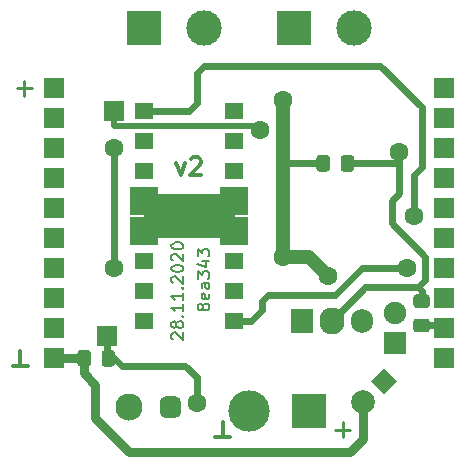
<source format=gbr>
G04 #@! TF.GenerationSoftware,KiCad,Pcbnew,(5.1.8)-1*
G04 #@! TF.CreationDate,2020-11-28T18:45:05+03:00*
G04 #@! TF.ProjectId,L293,4c323933-2e6b-4696-9361-645f70636258,rev?*
G04 #@! TF.SameCoordinates,Original*
G04 #@! TF.FileFunction,Copper,L1,Top*
G04 #@! TF.FilePolarity,Positive*
%FSLAX46Y46*%
G04 Gerber Fmt 4.6, Leading zero omitted, Abs format (unit mm)*
G04 Created by KiCad (PCBNEW (5.1.8)-1) date 2020-11-28 18:45:05*
%MOMM*%
%LPD*%
G01*
G04 APERTURE LIST*
G04 #@! TA.AperFunction,NonConductor*
%ADD10C,0.200000*%
G04 #@! TD*
G04 #@! TA.AperFunction,NonConductor*
%ADD11C,0.300000*%
G04 #@! TD*
G04 #@! TA.AperFunction,NonConductor*
%ADD12C,0.100000*%
G04 #@! TD*
G04 #@! TA.AperFunction,ComponentPad*
%ADD13C,0.100000*%
G04 #@! TD*
G04 #@! TA.AperFunction,ComponentPad*
%ADD14C,2.000000*%
G04 #@! TD*
G04 #@! TA.AperFunction,ComponentPad*
%ADD15C,2.300000*%
G04 #@! TD*
G04 #@! TA.AperFunction,ComponentPad*
%ADD16R,1.700000X1.700000*%
G04 #@! TD*
G04 #@! TA.AperFunction,ComponentPad*
%ADD17R,3.000000X3.000000*%
G04 #@! TD*
G04 #@! TA.AperFunction,ComponentPad*
%ADD18C,3.500000*%
G04 #@! TD*
G04 #@! TA.AperFunction,ComponentPad*
%ADD19C,3.000000*%
G04 #@! TD*
G04 #@! TA.AperFunction,ComponentPad*
%ADD20R,1.600000X1.400000*%
G04 #@! TD*
G04 #@! TA.AperFunction,ComponentPad*
%ADD21R,2.400000X2.400000*%
G04 #@! TD*
G04 #@! TA.AperFunction,ComponentPad*
%ADD22R,1.900000X1.900000*%
G04 #@! TD*
G04 #@! TA.AperFunction,ComponentPad*
%ADD23O,1.900000X1.900000*%
G04 #@! TD*
G04 #@! TA.AperFunction,ComponentPad*
%ADD24R,1.905000X2.000000*%
G04 #@! TD*
G04 #@! TA.AperFunction,ComponentPad*
%ADD25O,2.100000X2.300000*%
G04 #@! TD*
G04 #@! TA.AperFunction,ComponentPad*
%ADD26O,1.905000X2.000000*%
G04 #@! TD*
G04 #@! TA.AperFunction,ViaPad*
%ADD27C,1.600000*%
G04 #@! TD*
G04 #@! TA.AperFunction,Conductor*
%ADD28C,0.300000*%
G04 #@! TD*
G04 #@! TA.AperFunction,Conductor*
%ADD29C,0.250000*%
G04 #@! TD*
G04 #@! TA.AperFunction,Conductor*
%ADD30C,1.200000*%
G04 #@! TD*
G04 #@! TA.AperFunction,Conductor*
%ADD31C,0.600000*%
G04 #@! TD*
G04 #@! TA.AperFunction,Conductor*
%ADD32C,0.800000*%
G04 #@! TD*
G04 #@! TA.AperFunction,Conductor*
%ADD33C,0.500000*%
G04 #@! TD*
G04 APERTURE END LIST*
D10*
X105290952Y-55427261D02*
X105243333Y-55522500D01*
X105195714Y-55570119D01*
X105100476Y-55617738D01*
X105052857Y-55617738D01*
X104957619Y-55570119D01*
X104910000Y-55522500D01*
X104862380Y-55427261D01*
X104862380Y-55236785D01*
X104910000Y-55141547D01*
X104957619Y-55093928D01*
X105052857Y-55046309D01*
X105100476Y-55046309D01*
X105195714Y-55093928D01*
X105243333Y-55141547D01*
X105290952Y-55236785D01*
X105290952Y-55427261D01*
X105338571Y-55522500D01*
X105386190Y-55570119D01*
X105481428Y-55617738D01*
X105671904Y-55617738D01*
X105767142Y-55570119D01*
X105814761Y-55522500D01*
X105862380Y-55427261D01*
X105862380Y-55236785D01*
X105814761Y-55141547D01*
X105767142Y-55093928D01*
X105671904Y-55046309D01*
X105481428Y-55046309D01*
X105386190Y-55093928D01*
X105338571Y-55141547D01*
X105290952Y-55236785D01*
X105814761Y-54236785D02*
X105862380Y-54332023D01*
X105862380Y-54522500D01*
X105814761Y-54617738D01*
X105719523Y-54665357D01*
X105338571Y-54665357D01*
X105243333Y-54617738D01*
X105195714Y-54522500D01*
X105195714Y-54332023D01*
X105243333Y-54236785D01*
X105338571Y-54189166D01*
X105433809Y-54189166D01*
X105529047Y-54665357D01*
X105862380Y-53332023D02*
X105338571Y-53332023D01*
X105243333Y-53379642D01*
X105195714Y-53474880D01*
X105195714Y-53665357D01*
X105243333Y-53760595D01*
X105814761Y-53332023D02*
X105862380Y-53427261D01*
X105862380Y-53665357D01*
X105814761Y-53760595D01*
X105719523Y-53808214D01*
X105624285Y-53808214D01*
X105529047Y-53760595D01*
X105481428Y-53665357D01*
X105481428Y-53427261D01*
X105433809Y-53332023D01*
X104862380Y-52951071D02*
X104862380Y-52332023D01*
X105243333Y-52665357D01*
X105243333Y-52522500D01*
X105290952Y-52427261D01*
X105338571Y-52379642D01*
X105433809Y-52332023D01*
X105671904Y-52332023D01*
X105767142Y-52379642D01*
X105814761Y-52427261D01*
X105862380Y-52522500D01*
X105862380Y-52808214D01*
X105814761Y-52903452D01*
X105767142Y-52951071D01*
X105195714Y-51474880D02*
X105862380Y-51474880D01*
X104814761Y-51712976D02*
X105529047Y-51951071D01*
X105529047Y-51332023D01*
X104862380Y-51046309D02*
X104862380Y-50427261D01*
X105243333Y-50760595D01*
X105243333Y-50617738D01*
X105290952Y-50522500D01*
X105338571Y-50474880D01*
X105433809Y-50427261D01*
X105671904Y-50427261D01*
X105767142Y-50474880D01*
X105814761Y-50522500D01*
X105862380Y-50617738D01*
X105862380Y-50903452D01*
X105814761Y-50998690D01*
X105767142Y-51046309D01*
D11*
X103068571Y-43176071D02*
X103425714Y-44176071D01*
X103782857Y-43176071D01*
X104282857Y-42818928D02*
X104354285Y-42747500D01*
X104497142Y-42676071D01*
X104854285Y-42676071D01*
X104997142Y-42747500D01*
X105068571Y-42818928D01*
X105140000Y-42961785D01*
X105140000Y-43104642D01*
X105068571Y-43318928D01*
X104211428Y-44176071D01*
X105140000Y-44176071D01*
D10*
X102735119Y-58070238D02*
X102687500Y-58022619D01*
X102639880Y-57927380D01*
X102639880Y-57689285D01*
X102687500Y-57594047D01*
X102735119Y-57546428D01*
X102830357Y-57498809D01*
X102925595Y-57498809D01*
X103068452Y-57546428D01*
X103639880Y-58117857D01*
X103639880Y-57498809D01*
X103068452Y-56927380D02*
X103020833Y-57022619D01*
X102973214Y-57070238D01*
X102877976Y-57117857D01*
X102830357Y-57117857D01*
X102735119Y-57070238D01*
X102687500Y-57022619D01*
X102639880Y-56927380D01*
X102639880Y-56736904D01*
X102687500Y-56641666D01*
X102735119Y-56594047D01*
X102830357Y-56546428D01*
X102877976Y-56546428D01*
X102973214Y-56594047D01*
X103020833Y-56641666D01*
X103068452Y-56736904D01*
X103068452Y-56927380D01*
X103116071Y-57022619D01*
X103163690Y-57070238D01*
X103258928Y-57117857D01*
X103449404Y-57117857D01*
X103544642Y-57070238D01*
X103592261Y-57022619D01*
X103639880Y-56927380D01*
X103639880Y-56736904D01*
X103592261Y-56641666D01*
X103544642Y-56594047D01*
X103449404Y-56546428D01*
X103258928Y-56546428D01*
X103163690Y-56594047D01*
X103116071Y-56641666D01*
X103068452Y-56736904D01*
X103544642Y-56117857D02*
X103592261Y-56070238D01*
X103639880Y-56117857D01*
X103592261Y-56165476D01*
X103544642Y-56117857D01*
X103639880Y-56117857D01*
X103639880Y-55117857D02*
X103639880Y-55689285D01*
X103639880Y-55403571D02*
X102639880Y-55403571D01*
X102782738Y-55498809D01*
X102877976Y-55594047D01*
X102925595Y-55689285D01*
X103639880Y-54165476D02*
X103639880Y-54736904D01*
X103639880Y-54451190D02*
X102639880Y-54451190D01*
X102782738Y-54546428D01*
X102877976Y-54641666D01*
X102925595Y-54736904D01*
X103544642Y-53736904D02*
X103592261Y-53689285D01*
X103639880Y-53736904D01*
X103592261Y-53784523D01*
X103544642Y-53736904D01*
X103639880Y-53736904D01*
X102735119Y-53308333D02*
X102687500Y-53260714D01*
X102639880Y-53165476D01*
X102639880Y-52927380D01*
X102687500Y-52832142D01*
X102735119Y-52784523D01*
X102830357Y-52736904D01*
X102925595Y-52736904D01*
X103068452Y-52784523D01*
X103639880Y-53355952D01*
X103639880Y-52736904D01*
X102639880Y-52117857D02*
X102639880Y-52022619D01*
X102687500Y-51927380D01*
X102735119Y-51879761D01*
X102830357Y-51832142D01*
X103020833Y-51784523D01*
X103258928Y-51784523D01*
X103449404Y-51832142D01*
X103544642Y-51879761D01*
X103592261Y-51927380D01*
X103639880Y-52022619D01*
X103639880Y-52117857D01*
X103592261Y-52213095D01*
X103544642Y-52260714D01*
X103449404Y-52308333D01*
X103258928Y-52355952D01*
X103020833Y-52355952D01*
X102830357Y-52308333D01*
X102735119Y-52260714D01*
X102687500Y-52213095D01*
X102639880Y-52117857D01*
X102735119Y-51403571D02*
X102687500Y-51355952D01*
X102639880Y-51260714D01*
X102639880Y-51022619D01*
X102687500Y-50927380D01*
X102735119Y-50879761D01*
X102830357Y-50832142D01*
X102925595Y-50832142D01*
X103068452Y-50879761D01*
X103639880Y-51451190D01*
X103639880Y-50832142D01*
X102639880Y-50213095D02*
X102639880Y-50117857D01*
X102687500Y-50022619D01*
X102735119Y-49975000D01*
X102830357Y-49927380D01*
X103020833Y-49879761D01*
X103258928Y-49879761D01*
X103449404Y-49927380D01*
X103544642Y-49975000D01*
X103592261Y-50022619D01*
X103639880Y-50117857D01*
X103639880Y-50213095D01*
X103592261Y-50308333D01*
X103544642Y-50355952D01*
X103449404Y-50403571D01*
X103258928Y-50451190D01*
X103020833Y-50451190D01*
X102830357Y-50403571D01*
X102735119Y-50355952D01*
X102687500Y-50308333D01*
X102639880Y-50213095D01*
D12*
G36*
X107950000Y-48895000D02*
G01*
X100330000Y-48895000D01*
X100330000Y-46355000D01*
X107950000Y-46355000D01*
X107950000Y-48895000D01*
G37*
X107950000Y-48895000D02*
X100330000Y-48895000D01*
X100330000Y-46355000D01*
X107950000Y-46355000D01*
X107950000Y-48895000D01*
G04 #@! TA.AperFunction,ComponentPad*
D13*
G36*
X120650000Y-60463629D02*
G01*
X121781371Y-61595000D01*
X120650000Y-62726371D01*
X119518629Y-61595000D01*
X120650000Y-60463629D01*
G37*
G04 #@! TD.AperFunction*
D14*
X118882233Y-63362767D03*
G04 #@! TA.AperFunction,SMDPad,CuDef*
G36*
G01*
X123374999Y-56330000D02*
X124275001Y-56330000D01*
G75*
G02*
X124525000Y-56579999I0J-249999D01*
G01*
X124525000Y-57230001D01*
G75*
G02*
X124275001Y-57480000I-249999J0D01*
G01*
X123374999Y-57480000D01*
G75*
G02*
X123125000Y-57230001I0J249999D01*
G01*
X123125000Y-56579999D01*
G75*
G02*
X123374999Y-56330000I249999J0D01*
G01*
G37*
G04 #@! TD.AperFunction*
G04 #@! TA.AperFunction,SMDPad,CuDef*
G36*
G01*
X123374999Y-54280000D02*
X124275001Y-54280000D01*
G75*
G02*
X124525000Y-54529999I0J-249999D01*
G01*
X124525000Y-55180001D01*
G75*
G02*
X124275001Y-55430000I-249999J0D01*
G01*
X123374999Y-55430000D01*
G75*
G02*
X123125000Y-55180001I0J249999D01*
G01*
X123125000Y-54529999D01*
G75*
G02*
X123374999Y-54280000I249999J0D01*
G01*
G37*
G04 #@! TD.AperFunction*
D15*
X99052500Y-63817500D03*
G04 #@! TA.AperFunction,ComponentPad*
G36*
G01*
X103452500Y-63367500D02*
X103452500Y-64267500D01*
G75*
G02*
X103002500Y-64717500I-450000J0D01*
G01*
X102102500Y-64717500D01*
G75*
G02*
X101652500Y-64267500I0J450000D01*
G01*
X101652500Y-63367500D01*
G75*
G02*
X102102500Y-62917500I450000J0D01*
G01*
X103002500Y-62917500D01*
G75*
G02*
X103452500Y-63367500I0J-450000D01*
G01*
G37*
G04 #@! TD.AperFunction*
D16*
X125730000Y-59690000D03*
X125730000Y-57150000D03*
X125730000Y-54610000D03*
X125730000Y-52070000D03*
X125730000Y-49530000D03*
X125730000Y-46990000D03*
X125730000Y-44450000D03*
X125730000Y-41910000D03*
X125730000Y-39370000D03*
X125730000Y-36830000D03*
X92710000Y-39370000D03*
X92710000Y-41910000D03*
X92710000Y-44450000D03*
X92710000Y-46990000D03*
X92710000Y-49530000D03*
X92710000Y-52070000D03*
X92710000Y-54610000D03*
X92710000Y-57150000D03*
X92710000Y-36830000D03*
X92710000Y-59690000D03*
G04 #@! TA.AperFunction,SMDPad,CuDef*
G36*
G01*
X114922500Y-43630001D02*
X114922500Y-42729999D01*
G75*
G02*
X115172499Y-42480000I249999J0D01*
G01*
X115822501Y-42480000D01*
G75*
G02*
X116072500Y-42729999I0J-249999D01*
G01*
X116072500Y-43630001D01*
G75*
G02*
X115822501Y-43880000I-249999J0D01*
G01*
X115172499Y-43880000D01*
G75*
G02*
X114922500Y-43630001I0J249999D01*
G01*
G37*
G04 #@! TD.AperFunction*
G04 #@! TA.AperFunction,SMDPad,CuDef*
G36*
G01*
X116972500Y-43630001D02*
X116972500Y-42729999D01*
G75*
G02*
X117222499Y-42480000I249999J0D01*
G01*
X117872501Y-42480000D01*
G75*
G02*
X118122500Y-42729999I0J-249999D01*
G01*
X118122500Y-43630001D01*
G75*
G02*
X117872501Y-43880000I-249999J0D01*
G01*
X117222499Y-43880000D01*
G75*
G02*
X116972500Y-43630001I0J249999D01*
G01*
G37*
G04 #@! TD.AperFunction*
D17*
X114300000Y-64135000D03*
D18*
X109220000Y-64135000D03*
D19*
X105410000Y-31750000D03*
D17*
X100330000Y-31750000D03*
X113030000Y-31750000D03*
D19*
X118110000Y-31750000D03*
D20*
X100330000Y-38735000D03*
X107950000Y-56515000D03*
X100330000Y-41275000D03*
X107950000Y-53975000D03*
X100330000Y-43815000D03*
X107950000Y-51435000D03*
D21*
X100330000Y-46355000D03*
X107950000Y-48895000D03*
X100330000Y-48895000D03*
X107950000Y-46355000D03*
D20*
X100330000Y-51435000D03*
X107950000Y-43815000D03*
X100330000Y-53975000D03*
X107950000Y-41275000D03*
X100330000Y-56515000D03*
X107950000Y-38735000D03*
D22*
X121602500Y-58420000D03*
D23*
X121602500Y-55880000D03*
D24*
X113665000Y-56515000D03*
D25*
X116205000Y-56515000D03*
D26*
X118745000Y-56515000D03*
G04 #@! TA.AperFunction,SMDPad,CuDef*
G36*
G01*
X94675000Y-60140001D02*
X94675000Y-59239999D01*
G75*
G02*
X94924999Y-58990000I249999J0D01*
G01*
X95575001Y-58990000D01*
G75*
G02*
X95825000Y-59239999I0J-249999D01*
G01*
X95825000Y-60140001D01*
G75*
G02*
X95575001Y-60390000I-249999J0D01*
G01*
X94924999Y-60390000D01*
G75*
G02*
X94675000Y-60140001I0J249999D01*
G01*
G37*
G04 #@! TD.AperFunction*
G04 #@! TA.AperFunction,SMDPad,CuDef*
G36*
G01*
X96725000Y-60140001D02*
X96725000Y-59239999D01*
G75*
G02*
X96974999Y-58990000I249999J0D01*
G01*
X97625001Y-58990000D01*
G75*
G02*
X97875000Y-59239999I0J-249999D01*
G01*
X97875000Y-60140001D01*
G75*
G02*
X97625001Y-60390000I-249999J0D01*
G01*
X96974999Y-60390000D01*
G75*
G02*
X96725000Y-60140001I0J249999D01*
G01*
G37*
G04 #@! TD.AperFunction*
D16*
X97790000Y-38735000D03*
X97155000Y-57785000D03*
D27*
X112077500Y-51117500D03*
X115887500Y-52705000D03*
X112077500Y-37782500D03*
X121920000Y-42227500D03*
X123190000Y-47625000D03*
X122555000Y-52070000D03*
X97790000Y-41910000D03*
X97790000Y-52070000D03*
X104775000Y-63500000D03*
X110172500Y-40322500D03*
D28*
X89852500Y-59055000D02*
X89852500Y-60325000D01*
X89217500Y-60325000D02*
X90487500Y-60325000D01*
D29*
X89535000Y-36830000D02*
X90805000Y-36830000D01*
X90170000Y-36195000D02*
X90170000Y-37465000D01*
D28*
X106362500Y-66357500D02*
X107632500Y-66357500D01*
X106997500Y-65087500D02*
X106997500Y-66357500D01*
D29*
X117157500Y-65087500D02*
X117157500Y-66357500D01*
X116522500Y-65722500D02*
X117792500Y-65722500D01*
D30*
X114300000Y-51117500D02*
X115887500Y-52705000D01*
X112077500Y-51117500D02*
X114300000Y-51117500D01*
D31*
X112077500Y-43180000D02*
X115497500Y-43180000D01*
D30*
X112077500Y-46355000D02*
X112077500Y-51117500D01*
X112077500Y-46355000D02*
X112077500Y-37782500D01*
X100330000Y-46355000D02*
X107950000Y-46355000D01*
X104140000Y-48895000D02*
X107950000Y-48895000D01*
X100330000Y-48895000D02*
X104140000Y-48895000D01*
D31*
X121285000Y-46355000D02*
X121920000Y-45720000D01*
X124142500Y-53022500D02*
X124142500Y-51117500D01*
X121285000Y-48260000D02*
X121285000Y-46355000D01*
X123507500Y-53657500D02*
X124142500Y-53022500D01*
X121920000Y-45720000D02*
X121920000Y-42227500D01*
X119062500Y-53657500D02*
X123507500Y-53657500D01*
X124142500Y-51117500D02*
X121285000Y-48260000D01*
X116205000Y-56515000D02*
X119062500Y-53657500D01*
X123825000Y-53975000D02*
X123507500Y-53657500D01*
X123825000Y-54855000D02*
X123825000Y-53975000D01*
X117547500Y-43180000D02*
X121920000Y-43180000D01*
D32*
X118882233Y-66537767D02*
X118882233Y-63362767D01*
X99060000Y-67627500D02*
X117792500Y-67627500D01*
X96202500Y-64770000D02*
X99060000Y-67627500D01*
X117792500Y-67627500D02*
X118882233Y-66537767D01*
X95250000Y-59690000D02*
X95250000Y-60960000D01*
X95250000Y-60960000D02*
X96202500Y-61912500D01*
X96202500Y-61912500D02*
X96202500Y-64770000D01*
X95250000Y-59690000D02*
X92710000Y-59690000D01*
D31*
X104140000Y-38735000D02*
X100330000Y-38735000D01*
X104775000Y-38100000D02*
X104140000Y-38735000D01*
X104775000Y-35560000D02*
X104775000Y-38100000D01*
X105410000Y-34925000D02*
X104775000Y-35560000D01*
X123825000Y-38417500D02*
X120332500Y-34925000D01*
X123825000Y-43497500D02*
X123825000Y-38417500D01*
X120332500Y-34925000D02*
X105410000Y-34925000D01*
X123190000Y-44132500D02*
X123825000Y-43497500D01*
X123190000Y-47625000D02*
X123190000Y-44132500D01*
X109350000Y-56515000D02*
X110302500Y-55562500D01*
X107950000Y-56515000D02*
X109350000Y-56515000D01*
X110807500Y-54292500D02*
X110302500Y-54797500D01*
X116522500Y-54292500D02*
X110807500Y-54292500D01*
X118745000Y-52070000D02*
X116522500Y-54292500D01*
X122555000Y-52070000D02*
X118745000Y-52070000D01*
X110302500Y-55562500D02*
X110302500Y-54797500D01*
X125485000Y-56905000D02*
X125730000Y-57150000D01*
X123825000Y-56905000D02*
X125485000Y-56905000D01*
X97790000Y-41910000D02*
X97790000Y-52070000D01*
X97155000Y-57785000D02*
X97155000Y-59055000D01*
X97155000Y-59055000D02*
X98425000Y-60325000D01*
X98425000Y-60325000D02*
X103822500Y-60325000D01*
X104775000Y-61277500D02*
X104775000Y-63500000D01*
X103822500Y-60325000D02*
X104775000Y-61277500D01*
D33*
X97790000Y-38735000D02*
X97790000Y-40005000D01*
X97790000Y-40005000D02*
X105727500Y-40005000D01*
X105727500Y-40005000D02*
X106680000Y-40005000D01*
X106680000Y-40005000D02*
X110172500Y-40005000D01*
X110172500Y-40005000D02*
X110172500Y-40322500D01*
X110172500Y-40322500D02*
X110172500Y-40322500D01*
M02*

</source>
